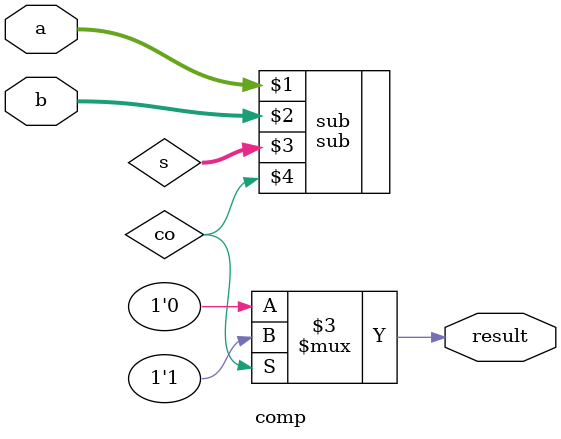
<source format=sv>
module comp(input [2:0] a,b,output logic result);
    logic [2:0] s;
    logic co;
    sub sub(a,b,s,co);
    always_comb begin
        if(co) result = 1;
        else result = 0;
    end

endmodule
</source>
